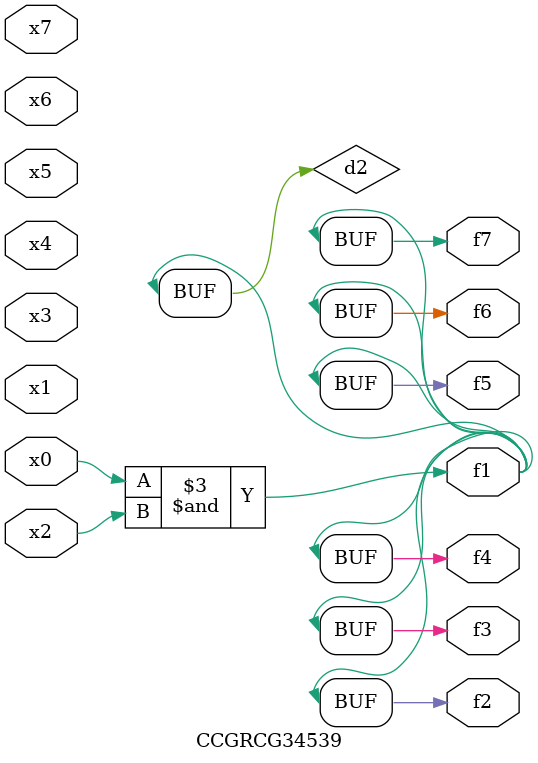
<source format=v>
module CCGRCG34539(
	input x0, x1, x2, x3, x4, x5, x6, x7,
	output f1, f2, f3, f4, f5, f6, f7
);

	wire d1, d2;

	nor (d1, x3, x6);
	and (d2, x0, x2);
	assign f1 = d2;
	assign f2 = d2;
	assign f3 = d2;
	assign f4 = d2;
	assign f5 = d2;
	assign f6 = d2;
	assign f7 = d2;
endmodule

</source>
